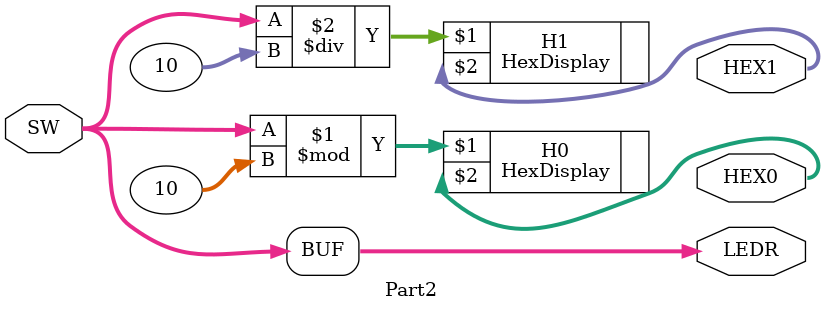
<source format=v>

module Part2(SW, LEDR, HEX0, HEX1); 
	input  [3:0] SW;                             // Toggle switches
	output [3:0] LEDR;                           // Red LEDs 
	output [0:6] HEX0, HEX1;                     // Seven-segment displays
   
	assign LEDR = SW;                            // Displays the input switches
   
   HexDisplay H0(SW[3:0]%10, HEX0);             // SW[3:0]%10 to get the LSB value
   HexDisplay H1(SW[3:0]/10, HEX1);             // SW[3:0]/10 to get the MSB value
endmodule

</source>
